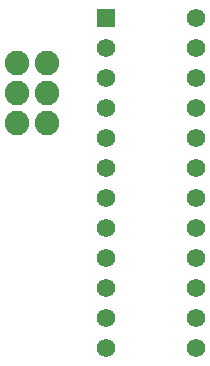
<source format=gbr>
G04 EAGLE Gerber RS-274X export*
G75*
%MOMM*%
%FSLAX34Y34*%
%LPD*%
%INSoldermask Bottom*%
%IPPOS*%
%AMOC8*
5,1,8,0,0,1.08239X$1,22.5*%
G01*
%ADD10R,1.561200X1.561200*%
%ADD11C,1.561200*%
%ADD12C,2.082800*%


D10*
X107950Y304800D03*
D11*
X107950Y279400D03*
X107950Y254000D03*
X107950Y228600D03*
X107950Y203200D03*
X107950Y177800D03*
X107950Y152400D03*
X107950Y127000D03*
X107950Y101600D03*
X107950Y76200D03*
X107950Y50800D03*
X107950Y25400D03*
X184150Y25400D03*
X184150Y50800D03*
X184150Y76200D03*
X184150Y101600D03*
X184150Y127000D03*
X184150Y152400D03*
X184150Y177800D03*
X184150Y203200D03*
X184150Y228600D03*
X184150Y254000D03*
X184150Y279400D03*
X184150Y304800D03*
D12*
X58420Y266700D03*
X33020Y266700D03*
X33020Y241300D03*
X58420Y241300D03*
X58420Y215900D03*
X33020Y215900D03*
M02*

</source>
